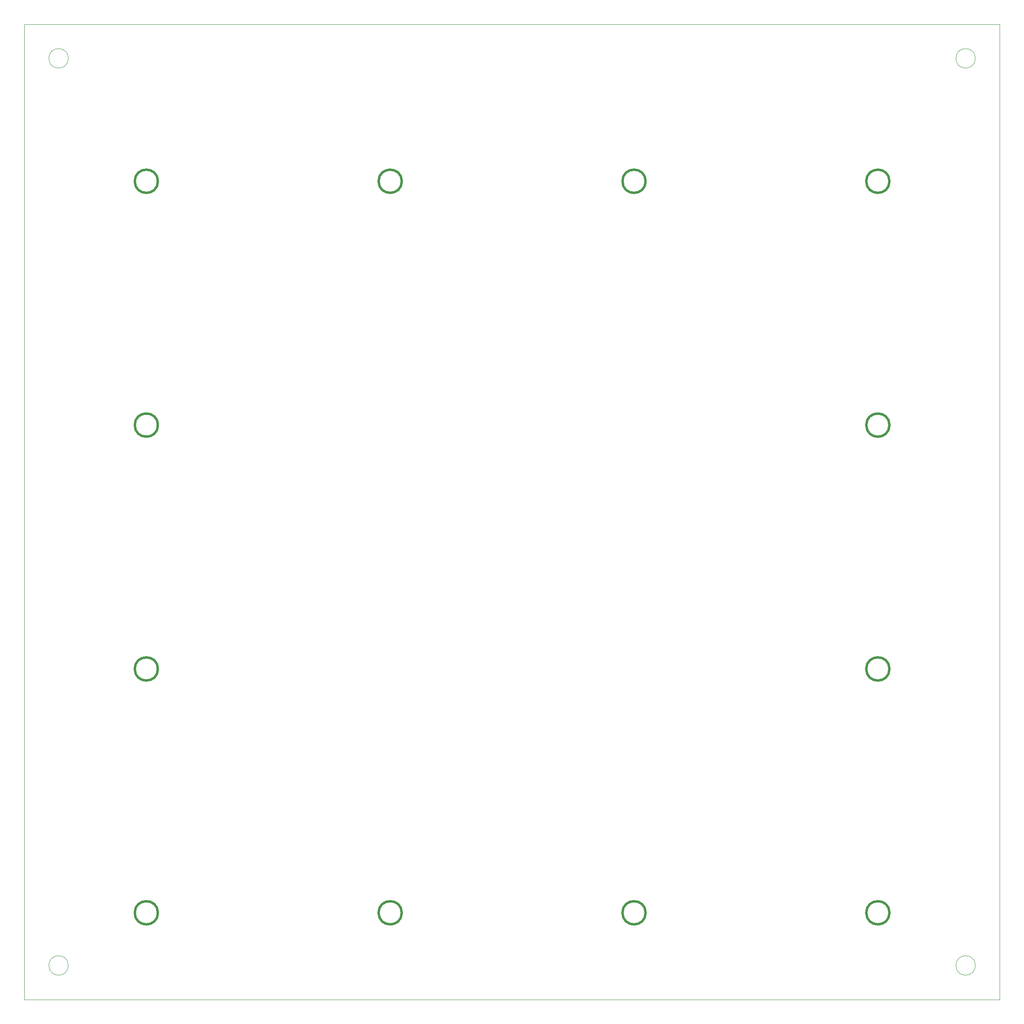
<source format=gbr>
G04*
G04 #@! TF.GenerationSoftware,Altium Limited,Altium Designer,25.0.2 (28)*
G04*
G04 Layer_Color=8388736*
%FSLAX24Y24*%
%MOIN*%
G70*
G04*
G04 #@! TF.SameCoordinates,4B7BC283-7035-4C9F-97D5-5998C8FB6373*
G04*
G04*
G04 #@! TF.FilePolarity,Positive*
G04*
G01*
G75*
%ADD64C,0.0197*%
%ADD96C,0.0004*%
D64*
X10763Y46362D02*
G03*
X10763Y46362I-936J0D01*
G01*
X10763Y66047D02*
G03*
X10763Y66047I-936J0D01*
G01*
X30448Y66047D02*
G03*
X30448Y66047I-936J0D01*
G01*
X50133D02*
G03*
X50133Y66047I-936J0D01*
G01*
X69818D02*
G03*
X69818Y66047I-936J0D01*
G01*
X69818Y46362D02*
G03*
X69818Y46362I-936J0D01*
G01*
Y26677D02*
G03*
X69818Y26677I-936J0D01*
G01*
X69818Y6992D02*
G03*
X69818Y6992I-936J0D01*
G01*
X10763Y26677D02*
G03*
X10763Y26677I-936J0D01*
G01*
X50133Y6992D02*
G03*
X50133Y6992I-936J0D01*
G01*
X30448Y6992D02*
G03*
X30448Y6992I-936J0D01*
G01*
X10763D02*
G03*
X10763Y6992I-936J0D01*
G01*
D96*
X3528Y75969D02*
G03*
X3528Y75969I-787J0D01*
G01*
X76756Y2740D02*
G03*
X76756Y2740I-787J0D01*
G01*
X3528D02*
G03*
X3528Y2740I-787J0D01*
G01*
X76756Y75969D02*
G03*
X76756Y75969I-787J0D01*
G01*
X-16Y-16D02*
X78724D01*
Y78724D01*
X-16D02*
X78724D01*
X-16Y-16D02*
Y78724D01*
M02*

</source>
